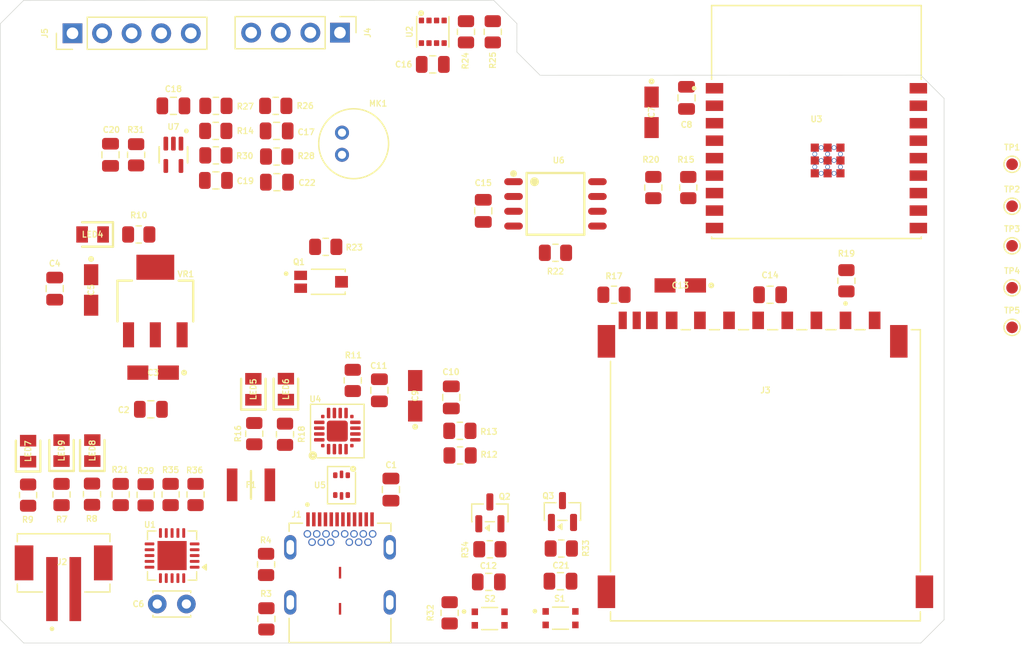
<source format=kicad_pcb>
(kicad_pcb (version 20241229) (generator "pcbnew") (generator_version "9.0")
  (title_block (title "Esp32 IOT Manager") (date "2025-12-25") (rev "v1") (company "JPIndustries") (comment 1 "Author: Jose Padilla"))
  (layers (0 "F.Cu" signal) (4 "In1.Cu" power) (6 "In2.Cu" power) (2 "B.Cu" signal) (13 "F.Paste" user) (15 "B.Paste" user) (5 "F.SilkS" user "F.Silkscreen") (7 "B.SilkS" user "B.Silkscreen") (1 "F.Mask" user) (3 "B.Mask" user) (25 "Edge.Cuts" user))
  (net 0 "")
  (net 1 "GND")
  (net 2 "/VBUS")
  (net 3 "+5V")
  (net 4 "3.3V")
  (net 5 "/+5V_USB")
  (net 6 "Net-(U4-VBUS)")
  (net 7 "/ESP32-C3-02/EN")
  (net 8 "Net-(U6-VCC)")
  (net 9 "Net-(C17-Pad1)")
  (net 10 "/ESP32-C3-02/MIC_OUT")
  (net 11 "/ESP32-C3-02/BOOT")
  (net 12 "/ESP32-C3-02/SDA")
  (net 13 "/ESP32-C3-02/SCL")
  (net 14 "/ESP32-C3-02/GPI019")
  (net 15 "/ESP32-C3-02/GPIO18")
  (net 16 "/ESP32-C3-02/GPIO8")
  (net 17 "Net-(LED4-K)")
  (net 18 "Net-(LED5-K)")
  (net 19 "Net-(LED6-K)")
  (net 20 "/CHARGING")
  (net 21 "/CHARGING_POWER_GOOD")
  (net 22 "/CHARGED")
  (net 23 "Net-(Q2-B)")
  (net 24 "/ESP32-C3-02/RTS")
  (net 25 "Net-(Q3-B)")
  (net 26 "/ESP32-C3-02/DTR")
  (net 27 "Net-(J1-CC2)")
  (net 28 "Net-(J1-CC1)")
  (net 29 "Net-(U1-STAT1{slash}~{LBO})")
  (net 30 "Net-(U1-STAT2)")
  (net 31 "Net-(U1-~{PG})")
  (net 32 "Net-(U4-~{RST})")
  (net 33 "Net-(U7-IN+)")
  (net 34 "/ESP32-C3-02/MOSI_DI")
  (net 35 "Net-(U3-IO7)")
  (net 36 "Net-(U4-~{TXT}{slash}GPIO.2)")
  (net 37 "/ESP32-C3-02/MISO_DO")
  (net 38 "Net-(J3-DAT0)")
  (net 39 "Net-(U4-~{RXT}{slash}GPIO.3)")
  (net 40 "/ESP32-C3-02/CS_SD")
  (net 41 "Net-(U3-IO6)")
  (net 42 "/ESP32-C3-02/SCLK")
  (net 43 "Net-(U1-~{TE})")
  (net 44 "Net-(U6-DO(IO1))")
  (net 45 "/ESP32-C3-02/PHOTO_C")
  (net 46 "Net-(U1-THERM)")
  (net 47 "Net-(U1-PROG3)")
  (net 48 "Net-(U1-PROG1)")
  (net 49 "/ESP32-C3-02/CS")
  (net 50 "/VBAT")
  (net 51 "/USB_DP")
  (net 52 "/USB_DN")
  (net 53 "/ESP32-C3-02/USB_DATA+")
  (net 54 "/ESP32-C3-02/USB_DATA-")
  (net 67 "/ESP32-C3-02/TX_RX")
  (net 68 "/ESP32-C3-02/RX_TX")
  (net 75 "Net-(C19-Pad2)")
  (net 76 "Net-(U7-IN-)")
  (net 77 "Net-(C22-Pad2)")
  (footprint "esp32_manager_project:SW_USLPT2819DT2TR" (layer "F.Cu") (at 179.35 112.4)
    (property "Reference" "S2" (at 0.032 -1.7064 0) (layer "F.SilkS") (effects (font (size 0.5 0.5) (thickness 0.1))))
    (property "Value" "reset")
    (pad "1" smd rect (at -1.275 -0.58) (size 0.55 0.57) (layers "F.Cu" "F.Mask" "F.Paste") (net 1 "GND"))
    (pad "2" smd rect (at 1.275 -0.58) (size 0.55 0.57) (layers "F.Cu" "F.Mask" "F.Paste") (net 1 "GND"))
    (pad "3" smd rect (at -1.275 0.58) (size 0.55 0.57) (layers "F.Cu" "F.Mask" "F.Paste") (net 7 "/ESP32-C3-02/EN"))
    (pad "4" smd rect (at 1.275 0.58) (size 0.55 0.57) (layers "F.Cu" "F.Mask" "F.Paste") (net 7 "/ESP32-C3-02/EN"))
  )
  (footprint "esp32_manager_project:VREG_LM1117MPX-3.3" (layer "F.Cu") (at 150.6474 85.1408 90)
    (property "Reference" "VR1" (at 2.3114 2.6162 180) (layer "F.SilkS") (effects (font (size 0.5 0.5) (thickness 0.1))))
    (property "Value" "LM1117MPX-3.3" (hide yes))
    (pad "1" smd rect (at -2.9 -2.3 90) (size 2.15 0.95) (layers "F.Cu" "F.Mask" "F.Paste") (net 1 "GND"))
    (pad "2" smd rect (at -2.9 0 90) (size 2.15 0.95) (layers "F.Cu" "F.Mask" "F.Paste") (net 4 "3.3V"))
    (pad "3" smd rect (at -2.9 2.3 90) (size 2.15 0.95) (layers "F.Cu" "F.Mask" "F.Paste") (net 3 "+5V"))
    (pad "4" smd rect (at 2.9 0 90) (size 2.15 3.25) (layers "F.Cu" "F.Mask" "F.Paste") (net 4 "3.3V"))
  )
  (footprint "esp32_manager_project:LEDC2012X120N" (layer "F.Cu") (at 139.7254 98.0296 90)
    (property "Reference" "LED7" (at 0 0 90) (layer "F.SilkS") (effects (font (size 0.5 0.5) (thickness 0.1))))
    (property "Value" "LTST-C170KRKT" (hide yes))
    (pad "1" smd rect (at -0.9 0 90) (size 1 1.4) (layers "F.Cu" "F.Mask" "F.Paste") (net 20 "/CHARGING"))
    (pad "2" smd rect (at 0.9 0 90) (size 1 1.4) (layers "F.Cu" "F.Mask" "F.Paste") (net 5 "/+5V_USB"))
  )
  (footprint "esp32_manager_project:PSON65P250X250X100-8N" (layer "F.Cu") (at 174.4674 62.0268 90)
    (property "Reference" "U2" (at 0 -2 270) (layer "F.SilkS") (effects (font (size 0.5 0.5) (thickness 0.1))))
    (property "Value" "BME280" (hide yes))
    (pad "1" smd roundrect (at 0.97 -0.975 90) (size 0.49 0.45) (layers "F.Cu" "F.Mask" "F.Paste") (roundrect_rratio 0.125) (net 1 "GND"))
    (pad "2" smd roundrect (at 0.97 -0.325 90) (size 0.49 0.45) (layers "F.Cu" "F.Mask" "F.Paste") (roundrect_rratio 0.125) (net 4 "3.3V"))
    (pad "3" smd roundrect (at 0.97 0.325 90) (size 0.49 0.45) (layers "F.Cu" "F.Mask" "F.Paste") (roundrect_rratio 0.125) (net 12 "/ESP32-C3-02/SDA"))
    (pad "4" smd roundrect (at 0.97 0.975 90) (size 0.49 0.45) (layers "F.Cu" "F.Mask" "F.Paste") (roundrect_rratio 0.125) (net 13 "/ESP32-C3-02/SCL"))
    (pad "5" smd roundrect (at -0.97 0.975 90) (size 0.49 0.45) (layers "F.Cu" "F.Mask" "F.Paste") (roundrect_rratio 0.125) (net 1 "GND"))
    (pad "6" smd roundrect (at -0.97 0.325 90) (size 0.49 0.45) (layers "F.Cu" "F.Mask" "F.Paste") (roundrect_rratio 0.125) (net 4 "3.3V"))
    (pad "7" smd roundrect (at -0.97 -0.325 90) (size 0.49 0.45) (layers "F.Cu" "F.Mask" "F.Paste") (roundrect_rratio 0.125) (net 1 "GND"))
    (pad "8" smd roundrect (at -0.97 -0.975 90) (size 0.49 0.45) (layers "F.Cu" "F.Mask" "F.Paste") (roundrect_rratio 0.125) (net 4 "3.3V"))
  )
  (footprint "TestPoint:TestPoint_Pad_D1.0mm" (layer "F.Cu") (at 224.2 87.4)
    (property "Reference" "TP5" (at 0 -1.448 0) (layer "F.SilkS") (effects (font (size 0.5 0.5) (thickness 0.1))))
    (property "Value" "Test CS_SD" (hide yes))
    (pad "1" smd circle (at 0 0) (size 1 1) (layers "F.Cu" "F.Mask") (net 40 "/ESP32-C3-02/CS_SD"))
  )
  (footprint "Resistor_SMD:R_0805_2012Metric" (layer "F.Cu") (at 160.9864 68.3858 180)
    (property "Reference" "R26" (at -2.525 0 0) (layer "F.SilkS") (effects (font (size 0.5 0.5) (thickness 0.1))))
    (property "Value" "2K" (hide yes))
    (pad "1" smd roundrect (at -0.9125 0 180) (size 1.025 1.4) (layers "F.Cu" "F.Mask" "F.Paste") (roundrect_rratio 0.243902) (net 9 "Net-(C17-Pad1)"))
    (pad "2" smd roundrect (at 0.9125 0 180) (size 1.025 1.4) (layers "F.Cu" "F.Mask" "F.Paste") (roundrect_rratio 0.243902) (net 4 "3.3V"))
  )
  (footprint "Resistor_SMD:R_0805_2012Metric" (layer "F.Cu") (at 190.025 84.6)
    (property "Reference" "R17" (at 0 -1.6 0) (layer "F.SilkS") (effects (font (size 0.5 0.5) (thickness 0.1))))
    (property "Value" "50" (hide yes))
    (pad "1" smd roundrect (at -0.9125 0) (size 1.025 1.4) (layers "F.Cu" "F.Mask" "F.Paste") (roundrect_rratio 0.243902) (net 37 "/ESP32-C3-02/MISO_DO"))
    (pad "2" smd roundrect (at 0.9125 0) (size 1.025 1.4) (layers "F.Cu" "F.Mask" "F.Paste") (roundrect_rratio 0.243902) (net 38 "Net-(J3-DAT0)"))
  )
  (footprint "Resistor_SMD:R_0805_2012Metric" (layer "F.Cu") (at 148.9989 72.5858 -90)
    (property "Reference" "R31" (at -2.15 0.025 180) (layer "F.SilkS") (effects (font (size 0.5 0.5) (thickness 0.1))))
    (property "Value" "100K" (hide yes))
    (pad "1" smd roundrect (at -0.9125 0 270) (size 1.025 1.4) (layers "F.Cu" "F.Mask" "F.Paste") (roundrect_rratio 0.243902) (net 76 "Net-(U7-IN-)"))
    (pad "2" smd roundrect (at 0.9125 0 270) (size 1.025 1.4) (layers "F.Cu" "F.Mask" "F.Paste") (roundrect_rratio 0.243902) (net 10 "/ESP32-C3-02/MIC_OUT"))
  )
  (footprint "MountingHole:MountingHole_2.5mm" (layer "F.Cu") (at 141.5 68.6)
    (property "Reference" "REF**" (hide yes))
    (property "Value" "MountingHole_2.5mm" (hide yes))
    (pad "" np_thru_hole circle (at 0 0) (size 2.5 2.5) (drill 2.5) (layers "*.Cu" "*.Mask"))
  )
  (footprint "esp32_manager_project:BELFUSE_SS-52400-002" (layer "F.Cu") (at 166.50325 111.0125)
    (property "Reference" "J1" (at -3.73165 -7.5505 0) (layer "F.SilkS") (effects (font (size 0.5 0.5) (thickness 0.1))))
    (property "Value" "SS-52400-002" (hide yes))
    (pad "A1" smd rect (at -2.75 -7.13) (size 0.3 1.2) (layers "F.Cu" "F.Mask" "F.Paste") (net 1 "GND"))
    (pad "A2" smd rect (at -2.25 -7.13) (size 0.3 1.2) (layers "F.Cu" "F.Mask" "F.Paste"))
    (pad "A3" smd rect (at -1.75 -7.13) (size 0.3 1.2) (layers "F.Cu" "F.Mask" "F.Paste"))
    (pad "A4" smd rect (at -1.25 -7.13) (size 0.3 1.2) (layers "F.Cu" "F.Mask" "F.Paste") (net 2 "/VBUS"))
    (pad "A5" smd rect (at -0.75 -7.13) (size 0.3 1.2) (layers "F.Cu" "F.Mask" "F.Paste") (net 28 "Net-(J1-CC1)"))
    (pad "A6" smd rect (at -0.25 -7.13) (size 0.3 1.2) (layers "F.Cu" "F.Mask" "F.Paste") (net 51 "/USB_DP"))
    (pad "A7" smd rect (at 0.25 -7.13) (size 0.3 1.2) (layers "F.Cu" "F.Mask" "F.Paste") (net 52 "/USB_DN"))
    (pad "A8" smd rect (at 0.75 -7.13) (size 0.3 1.2) (layers "F.Cu" "F.Mask" "F.Paste"))
    (pad "A9" smd rect (at 1.25 -7.13) (size 0.3 1.2) (layers "F.Cu" "F.Mask" "F.Paste") (net 2 "/VBUS"))
    (pad "A10" smd rect (at 1.75 -7.13) (size 0.3 1.2) (layers "F.Cu" "F.Mask" "F.Paste"))
    (pad "A11" smd rect (at 2.25 -7.13) (size 0.3 1.2) (layers "F.Cu" "F.Mask" "F.Paste"))
    (pad "A12" smd rect (at 2.75 -7.13) (size 0.3 1.2) (layers "F.Cu" "F.Mask" "F.Paste") (net 1 "GND"))
    (pad "B1" thru_hole circle (at 2.8 -5.88) (size 0.65 0.65) (drill 0.45) (layers "*.Cu" "*.Mask") (net 1 "GND"))
    (pad "B2" thru_hole circle (at 2.4 -5.17) (size 0.65 0.65) (drill 0.45) (layers "*.Cu" "*.Mask"))
    (pad "B3" thru_hole circle (at 1.6 -5.17) (size 0.65 0.65) (drill 0.45) (layers "*.Cu" "*.Mask"))
    (pad "B4" thru_hole circle (at 1.2 -5.88) (size 0.65 0.65) (drill 0.45) (layers "*.Cu" "*.Mask") (net 2 "/VBUS"))
    (pad "B5" thru_hole circle (at 0.8 -5.17) (size 0.65 0.65) (drill 0.45) (layers "*.Cu" "*.Mask") (net 27 "Net-(J1-CC2)"))
    (pad "B6" thru_hole circle (at 0.4 -5.88) (size 0.65 0.65) (drill 0.45) (layers "*.Cu" "*.Mask") (net 51 "/USB_DP"))
    (pad "B7" thru_hole circle (at -0.4 -5.88) (size 0.65 0.65) (drill 0.45) (layers "*.Cu" "*.Mask") (net 52 "/USB_DN"))
    (pad "B8" thru_hole circle (at -0.8 -5.17) (size 0.65 0.65) (drill 0.45) (layers "*.Cu" "*.Mask"))
    (pad "B9" thru_hole circle (at -1.2 -5.88) (size 0.65 0.65) (drill 0.45) (layers "*.Cu" "*.Mask") (net 2 "/VBUS"))
    (pad "B10" thru_hole circle (at -1.6 -5.17) (size 0.65 0.65) (drill 0.45) (layers "*.Cu" "*.Mask"))
    (pad "B11" thru_hole circle (at -2.4 -5.17) (size 0.65 0.65) (drill 0.45) (layers "*.Cu" "*.Mask"))
    (pad "B12" thru_hole circle (at -2.8 -5.88) (size 0.65 0.65) (drill 0.45) (layers "*.Cu" "*.Mask") (net 1 "GND"))
    (pad "G1" thru_hole circle (at 2 -5.88) (size 0.65 0.65) (drill 0.45) (layers "*.Cu" "*.Mask") (net 1 "GND"))
    (pad "G2" thru_hole circle (at -2 -5.88) (size 0.65 0.65) (drill 0.45) (layers "*.Cu" "*.Mask") (net 1 "GND"))
    (pad "G3" smd rect (at 0 -2.55) (size 0.2 1) (layers "F.Cu" "F.Mask" "F.Paste") (net 1 "GND"))
    (pad "G4" smd rect (at 0 0.55) (size 0.2 1) (layers "F.Cu" "F.Mask" "F.Paste") (net 1 "GND"))
    (pad "S1" thru_hole oval (at -4.27 -4.73) (size 1.05 2.1) (drill oval 0.65 1.25) (layers "*.Cu" "*.Mask") (net 1 "GND"))
    (pad "S2" thru_hole oval (at 4.27 -4.73) (size 1.05 2.1) (drill oval 0.65 1.25) (layers "*.Cu" "*.Mask") (net 1 "GND"))
    (pad "S3" thru_hole oval (at -4.27 0) (size 1.05 2.1) (drill oval 0.65 1.25) (layers "*.Cu" "*.Mask") (net 1 "GND"))
    (pad "S4" thru_hole oval (at 4.27 0) (size 1.05 2.1) (drill oval 0.65 1.25) (layers "*.Cu" "*.Mask") (net 1 "GND"))
  )
  (footprint "Package_TO_SOT_SMD:SOT-23" (layer "F.Cu") (at 185.6 103.2125 90)
    (property "Reference" "Q3" (at 1.3462 -1.2192 180) (layer "F.SilkS") (effects (font (size 0.5 0.5) (thickness 0.1))))
    (property "Value" "BC817" (hide yes))
    (pad "1" smd roundrect (at -0.9375 -0.95 90) (size 1.475 0.6) (layers "F.Cu" "F.Mask" "F.Paste") (net 25 "Net-(Q3-B)"))
    (pad "2" smd roundrect (at -0.9375 0.95 90) (size 1.475 0.6) (layers "F.Cu" "F.Mask" "F.Paste") (net 11 "/ESP32-C3-02/BOOT"))
    (pad "3" smd roundrect (at 0.9375 0 90) (size 1.475 0.6) (layers "F.Cu" "F.Mask" "F.Paste") (net 26 "/ESP32-C3-02/DTR"))
  )
  (footprint "Resistor_SMD:R_0805_2012Metric" (layer "F.Cu") (at 161.0614 72.7358)
    (property "Reference" "R28" (at 2.5375 -0.05 0) (layer "F.SilkS") (effects (font (size 0.5 0.5) (thickness 0.1))))
    (property "Value" "2K" (hide yes))
    (pad "1" smd roundrect (at -0.9125 0) (size 1.025 1.4) (layers "F.Cu" "F.Mask" "F.Paste") (roundrect_rratio 0.243902) (net 77 "Net-(C22-Pad2)"))
    (pad "2" smd roundrect (at 0.9125 0) (size 1.025 1.4) (layers "F.Cu" "F.Mask" "F.Paste") (roundrect_rratio 0.243902) (net 9 "Net-(C17-Pad1)"))
  )
  (footprint "Resistor_SMD:R_0805_2012Metric" (layer "F.Cu") (at 185.4984 106.3875)
    (property "Reference" "R33" (at 2.1082 -0.0231 90) (layer "F.SilkS") (effects (font (size 0.5 0.5) (thickness 0.1))))
    (property "Value" "10K" (hide yes))
    (pad "1" smd roundrect (at -0.9125 0) (size 1.025 1.4) (layers "F.Cu" "F.Mask" "F.Paste") (roundrect_rratio 0.243902) (net 26 "/ESP32-C3-02/DTR"))
    (pad "2" smd roundrect (at 0.9125 0) (size 1.025 1.4) (layers "F.Cu" "F.Mask" "F.Paste") (roundrect_rratio 0.243902) (net 23 "Net-(Q2-B)"))
  )
  (footprint "Capacitor_SMD:C_0805_2012Metric" (layer "F.Cu") (at 169.8836 92.8042 -90)
    (property "Reference" "C11" (at -2.1082 0.0508 180) (layer "F.SilkS") (effects (font (size 0.5 0.5) (thickness 0.1))))
    (property "Value" "1u" (hide yes))
    (pad "1" smd roundrect (at -0.95 0 270) (size 1 1.45) (layers "F.Cu" "F.Mask" "F.Paste") (net 1 "GND"))
    (pad "2" smd roundrect (at 0.95 0 270) (size 1 1.45) (layers "F.Cu" "F.Mask" "F.Paste") (net 6 "Net-(U4-VBUS)"))
  )
  (footprint "esp32_manager_project:T491A" (layer "F.Cu") (at 172.957 93.276 90)
    (property "Reference" "C9" (at 0 0 90) (layer "F.SilkS") (effects (font (size 0.5 0.5) (thickness 0.1))))
    (property "Value" "4.7u" (hide yes))
    (pad "1" smd rect (at -1.31 0 180) (size 1.23 1.8) (layers "F.Cu" "F.Mask" "F.Paste") (net 4 "3.3V"))
    (pad "2" smd rect (at 1.31 0 180) (size 1.23 1.8) (layers "F.Cu" "F.Mask" "F.Paste") (net 1 "GND"))
  )
  (footprint "Connector_PinHeader_2.54mm:PinHeader_1x04_P2.54mm_Vertical" (layer "F.Cu") (at 166.497 62.103 -90)
    (property "Reference" "J4" (at 0 -2.38 90) (layer "F.SilkS") (effects (font (size 0.5 0.5) (thickness 0.1))))
    (property "Value" "Conn_01x04_Pin" (hide yes))
    (pad "1" thru_hole rect (at 0 0 270) (size 1.7 1.7) (drill 1) (layers "*.Cu" "*.Mask") (net 4 "3.3V"))
    (pad "2" thru_hole circle (at 0 2.54 270) (size 1.7 1.7) (drill 1) (layers "*.Cu" "*.Mask") (net 12 "/ESP32-C3-02/SDA"))
    (pad "3" thru_hole circle (at 0 5.08 270) (size 1.7 1.7) (drill 1) (layers "*.Cu" "*.Mask") (net 13 "/ESP32-C3-02/SCL"))
    (pad "4" thru_hole circle (at 0 7.62 270) (size 1.7 1.7) (drill 1) (layers "*.Cu" "*.Mask") (net 1 "GND"))
  )
  (footprint "Resistor_SMD:R_0805_2012Metric" (layer "F.Cu") (at 179.6174 62.0268 -90)
    (property "Reference" "R25" (at 2.45 0 270) (layer "F.SilkS") (effects (font (size 0.5 0.5) (thickness 0.1))))
    (property "Value" "4.7K" (hide yes))
    (pad "1" smd roundrect (at -0.9125 0 270) (size 1.025 1.4) (layers "F.Cu" "F.Mask" "F.Paste") (roundrect_rratio 0.243902) (net 4 "3.3V"))
    (pad "2" smd roundrect (at 0.9125 0 270) (size 1.025 1.4) (layers "F.Cu" "F.Mask" "F.Paste") (roundrect_rratio 0.243902) (net 12 "/ESP32-C3-02/SDA"))
  )
  (footprint "esp32_manager_project:AMPHENOL_GSD090012SEU" (layer "F.Cu") (at 203.025 100.1)
    (property "Reference" "J3" (at 0 -7.3 0) (layer "F.SilkS") (effects (font (size 0.5 0.5) (thickness 0.1))))
    (property "Value" "GSD090012SEU" (hide yes))
    (pad "" np_thru_hole circle (at -11.5 -10.5) (size 1.15 1.15) (drill 1.15) (layers "*.Cu" "*.Mask"))
    (pad "" np_thru_hole circle (at 9.5 -10.5) (size 1.65 1.65) (drill 1.65) (layers "*.Cu" "*.Mask"))
    (pad "1" smd rect (at 6.875 -13.3) (size 1 1.5) (layers "F.Cu" "F.Mask" "F.Paste") (net 40 "/ESP32-C3-02/CS_SD"))
    (pad "2" smd rect (at 4.375 -13.3) (size 1 1.5) (layers "F.Cu" "F.Mask" "F.Paste") (net 34 "/ESP32-C3-02/MOSI_DI"))
    (pad "3" smd rect (at 1.875 -13.3) (size 1 1.5) (layers "F.Cu" "F.Mask" "F.Paste") (net 1 "GND"))
    (pad "4" smd rect (at -0.625 -13.3) (size 1 1.5) (layers "F.Cu" "F.Mask" "F.Paste") (net 4 "3.3V"))
    (pad "5" smd rect (at -3.125 -13.3) (size 1 1.5) (layers "F.Cu" "F.Mask" "F.Paste") (net 42 "/ESP32-C3-02/SCLK"))
    (pad "6" smd rect (at -5.625 -13.3) (size 1 1.5) (layers "F.Cu" "F.Mask" "F.Paste") (net 1 "GND"))
    (pad "7" smd rect (at -8.05 -13.3) (size 1 1.5) (layers "F.Cu" "F.Mask" "F.Paste") (net 38 "Net-(J3-DAT0)"))
    (pad "8" smd rect (at -9.75 -13.3) (size 1 1.5) (layers "F.Cu" "F.Mask" "F.Paste") (net 1 "GND"))
    (pad "9" smd rect (at 9.375 -13.3) (size 1 1.5) (layers "F.Cu" "F.Mask" "F.Paste") (net 1 "GND"))
    (pad "CD_IND" smd rect (at -11.05 -13.3) (size 0.7 1.5) (layers "F.Cu" "F.Mask" "F.Paste"))
    (pad "G1" smd rect (at -13.65 -11.5) (size 1.5 2.8) (layers "F.Cu" "F.Mask" "F.Paste") (net 1 "GND"))
    (pad "G2" smd rect (at 11.45 -11.5) (size 1.5 2.8) (layers "F.Cu" "F.Mask" "F.Paste") (net 1 "GND"))
    (pad "G3" smd rect (at 13.65 10) (size 1.5 2.8) (layers "F.Cu" "F.Mask" "F.Paste") (net 1 "GND"))
    (pad "G4" smd rect (at -13.65 10) (size 1.5 2.8) (layers "F.Cu" "F.Mask" "F.Paste") (net 1 "GND"))
    (pad "WP" smd rect (at -12.25 -13.3) (size 0.7 1.5) (layers "F.Cu" "F.Mask" "F.Paste"))
  )
  (footprint "Resistor_SMD:R_0805_2012Metric" (layer "F.Cu") (at 179.3678 106.4503)
    (property "Reference" "R34" (at -2.1234 0.0462 90) (layer "F.SilkS") (effects (font (size 0.5 0.5) (thickness 0.1))))
    (property "Value" "10K" (hide yes))
    (pad "1" smd roundrect (at -0.9125 0) (size 1.025 1.4) (layers "F.Cu" "F.Mask" "F.Paste") (roundrect_rratio 0.243902) (net 24 "/ESP32-C3-02/RTS"))
    (pad "2" smd roundrect (at 0.9125 0) (size 1.025 1.4) (layers "F.Cu" "F.Mask" "F.Paste") (roundrect_rratio 0.243902) (net 25 "Net-(Q3-B)"))
  )
  (footprint "Capacitor_SMD:C_0805_2012Metric" (layer "F.Cu") (at 178.8 77.4 90)
    (property "Reference" "C15" (at 2.4 0 0) (layer "F.SilkS") (effects (font (size 0.5 0.5) (thickness 0.1))))
    (property "Value" "0.1u" (hide yes))
    (pad "1" smd roundrect (at -0.95 0 90) (size 1 1.45) (layers "F.Cu" "F.Mask" "F.Paste") (net 1 "GND"))
    (pad "2" smd roundrect (at 0.95 0 90) (size 1 1.45) (layers "F.Cu" "F.Mask" "F.Paste") (net 8 "Net-(U6-VCC)"))
  )
  (footprint "Resistor_SMD:R_0805_2012Metric" (layer "F.Cu") (at 165.2766 80.4898 180)
    (property "Reference" "R23" (at -2.45 -0.05 0) (layer "F.SilkS") (effects (font (size 0.5 0.5) (thickness 0.1))))
    (property "Value" "10K" (hide yes))
    (pad "1" smd roundrect (at -0.9125 0 180) (size 1.025 1.4) (layers "F.Cu" "F.Mask" "F.Paste") (roundrect_rratio 0.243902) (net 4 "3.3V"))
    (pad "2" smd roundrect (at 0.9125 0 180) (size 1.025 1.4) (layers "F.Cu" "F.Mask" "F.Paste") (roundrect_rratio 0.243902) (net 45 "/ESP32-C3-02/PHOTO_C"))
  )
  (footprint "esp32_manager_project:JST_B2B-PH-SM4-TB" (layer "F.Cu") (at 142.777 107.6198)
    (property "Reference" "J2" (at -0.1306 -0.0762 0) (layer "F.SilkS") (effects (font (size 0.5 0.5) (thickness 0.1))))
    (property "Value" "B2B-PH-SM4-TB" (hide yes))
    (pad "1" smd rect (at -1 2.25) (size 1 5.5) (layers "F.Cu" "F.Mask" "F.Paste") (net 1 "GND"))
    (pad "2" smd rect (at 1 2.25) (size 1 5.5) (layers "F.Cu" "F.Mask" "F.Paste") (net 50 "/VBAT"))
    (pad "S1" smd rect (at -3.4 0) (size 1.6 3) (layers "F.Cu" "F.Mask" "F.Paste"))
    (pad "S2" smd rect (at 3.4 0) (size 1.6 3) (layers "F.Cu" "F.Mask" "F.Paste"))
  )
  (footprint "Capacitor_SMD:C_0805_2012Metric" (layer "F.Cu") (at 185.4298 109.1919 180)
    (property "Reference" "C21" (at -0.05 1.35 0) (layer "F.SilkS") (effects (font (size 0.5 0.5) (thickness 0.1))))
    (property "Value" "0.1u" (hide yes))
    (pad "1" smd roundrect (at -0.95 0 180) (size 1 1.45) (layers "F.Cu" "F.Mask" "F.Paste") (net 11 "/ESP32-C3-02/BOOT"))
    (pad "2" smd roundrect (at 0.95 0 180) (size 1 1.45) (layers "F.Cu" "F.Mask" "F.Paste") (net 1 "GND"))
  )
  (footprint "esp32_manager_project:LEDC2012X120N" (layer "F.Cu") (at 145.2372 97.9788 90)
    (property "Reference" "LED8" (at 0 0 90) (layer "F.SilkS") (effects (font (size 0.5 0.5) (thickness 0.1))))
    (property "Value" "LTST-C170TBKT" (hide yes))
    (pad "1" smd rect (at -0.9 0 90) (size 1 1.4) (layers "F.Cu" "F.Mask" "F.Paste") (net 21 "/CHARGING_POWER_GOOD"))
    (pad "2" smd rect (at 0.9 0 90) (size 1 1.4) (layers "F.Cu" "F.Mask" "F.Paste") (net 5 "/+5V_USB"))
  )
  (footprint "Resistor_SMD:R_0805_2012Metric" (layer "F.Cu") (at 149.225 79.4258)
    (property "Reference" "R10" (at 0 -1.65 0) (layer "F.SilkS") (effects (font (size 0.5 0.5) (thickness 0.1))))
    (property "Value" "470" (hide yes))
    (pad "1" smd roundrect (at -0.9125 0) (size 1.025 1.4) (layers "F.Cu" "F.Mask" "F.Paste") (roundrect_rratio 0.243902) (net 17 "Net-(LED4-K)"))
    (pad "2" smd roundrect (at 0.9125 0) (size 1.025 1.4) (layers "F.Cu" "F.Mask" "F.Paste") (roundrect_rratio 0.243902) (net 1 "GND"))
  )
  (footprint "Resistor_SMD:R_0805_2012Metric" (layer "F.Cu") (at 167.5976 91.9558 90)
    (property "Reference" "R11" (at 2.159 0.0508 180) (layer "F.SilkS") (effects (font (size 0.5 0.5) (thickness 0.1))))
    (property "Value" "1K" (hide yes))
    (pad "1" smd roundrect (at -0.9125 0 90) (size 1.025 1.4) (layers "F.Cu" "F.Mask" "F.Paste") (roundrect_rratio 0.243902) (net 32 "Net-(U4-~{RST})"))
    (pad "2" smd roundrect (at 0.9125 0 90) (size 1.025 1.4) (layers "F.Cu" "F.Mask" "F.Paste") (roundrect_rratio 0.243902) (net 4 "3.3V"))
  )
  (footprint "esp32_manager_project:LEDC2012X120N" (layer "F.Cu") (at 142.5956 97.9788 90)
    (property "Reference" "LED9" (at 0 0 90) (layer "F.SilkS") (effects (font (size 0.5 0.5) (thickness 0.1))))
    (property "Value" "LTST-C170GKT" (hide yes))
    (pad "1" smd rect (at -0.9 0 90) (size 1 1.4) (layers "F.Cu" "F.Mask" "F.Paste") (net 22 "/CHARGED"))
    (pad "2" smd rect (at 0.9 0 90) (size 1 1.4) (layers "F.Cu" "F.Mask" "F.Paste") (net 5 "/+5V_USB"))
  )
  (footprint "esp32_manager_project:TRANS_TEMT6000X01" (layer "F.Cu") (at 164.8766 83.4898)
    (property "Reference" "Q1" (at -1.9 -1.7 0) (layer "F.SilkS") (effects (font (size 0.5 0.5) (thickness 0.1))))
    (property "Value" "TEMT6000X01" (hide yes))
    (pad "1" smd rect (at -1.755 -0.55) (size 1.1 0.8) (layers "F.Cu" "F.Mask" "F.Paste") (net 1 "GND"))
    (pad "2" smd rect (at -1.755 0.55) (size 1.1 0.8) (layers "F.Cu" "F.Mask" "F.Paste"))
    (pad "3" smd rect (at 1.755 0) (size 1.1 1) (layers "F.Cu" "F.Mask" "F.Paste") (net 45 "/ESP32-C3-02/PHOTO_C"))
  )
  (footprint "esp32_manager_project:T491A" (layer "F.Cu") (at 150.4588 91.2876 180)
    (property "Reference" "C3" (at 0 0 0) (layer "F.SilkS") (effects (font (size 0.5 0.5) (thickness 0.1))))
    (property "Value" "10u" (hide yes))
    (pad "1" smd rect (at -1.31 0 270) (size 1.23 1.8) (layers "F.Cu" "F.Mask" "F.Paste") (net 3 "+5V"))
    (pad "2" smd rect (at 1.31 0 270) (size 1.23 1.8) (layers "F.Cu" "F.Mask" "F.Paste") (net 1 "GND"))
  )
  (footprint "TestPoint:TestPoint_Pad_D1.0mm" (layer "F.Cu") (at 224.2 73.4)
    (property "Reference" "TP1" (at 0 -1.448 0) (layer "F.SilkS") (effects (font (size 0.5 0.5) (thickness 0.1))))
    (property "Value" "Test MOSI" (hide yes))
    (pad "1" smd circle (at 0 0) (size 1 1) (layers "F.Cu" "F.Mask") (net 34 "/ESP32-C3-02/MOSI_DI"))
  )
  (footprint "Resistor_SMD:R_0805_2012Metric" (layer "F.Cu") (at 159.1394 96.5278 90)
    (property "Reference" "R16" (at 0 -1.397 270) (layer "F.SilkS") (effects (font (size 0.5 0.5) (thickness 0.1))))
    (property "Value" "470" (hide yes))
    (pad "1" smd roundrect (at -0.9125 0 90) (size 1.025 1.4) (layers "F.Cu" "F.Mask" "F.Paste") (roundrect_rratio 0.243902) (net 36 "Net-(U4-~{TXT}{slash}GPIO.2)"))
    (pad "2" smd roundrect (at 0.9125 0 90) (size 1.025 1.4) (layers "F.Cu" "F.Mask" "F.Paste") (roundrect_rratio 0.243902) (net 18 "Net-(LED5-K)"))
  )
  (footprint "Resistor_SMD:R_0805_2012Metric" (layer "F.Cu") (at 177.3174 62.0268 -90)
    (property "Reference" "R24" (at 2.5 0.05 270) (layer "F.SilkS") (effects (font (size 0.5 0.5) (thickness 0.1))))
    (property "Value" "4.7K" (hide yes))
    (pad "1" smd roundrect (at -0.9125 0 270) (size 1.025 1.4) (layers "F.Cu" "F.Mask" "F.Paste") (roundrect_rratio 0.243902) (net 4 "3.3V"))
    (pad "2" smd roundrect (at 0.9125 0 270) (size 1.025 1.4) (layers "F.Cu" "F.Mask" "F.Paste") (roundrect_rratio 0.243902) (net 13 "/ESP32-C3-02/SCL"))
  )
  (footprint "Resistor_SMD:R_0805_2012Metric" (layer "F.Cu") (at 145.2118 101.7251 -90)
    (property "Reference" "R8" (at 2.1063 0.0254 0) (layer "F.SilkS") (effects (font (size 0.5 0.5) (thickness 0.1))))
    (property "Value" "470" (hide yes))
    (pad "1" smd roundrect (at -0.9125 0 270) (size 1.025 1.4) (layers "F.Cu" "F.Mask" "F.Paste") (roundrect_rratio 0.243902) (net 21 "/CHARGING_POWER_GOOD"))
    (pad "2" smd roundrect (at 0.9125 0 270) (size 1.025 1.4) (layers "F.Cu" "F.Mask" "F.Paste") (roundrect_rratio 0.243902) (net 30 "Net-(U1-STAT2)"))
  )
  (footprint "TestPoint:TestPoint_Pad_D1.0mm" (layer "F.Cu") (at 224.2 77)
    (property "Reference" "TP2" (at 0 -1.448 0) (layer "F.SilkS") (effects (font (size 0.5 0.5) (thickness 0.1))))
    (property "Value" "Test MISO" (hide yes))
    (pad "1" smd circle (at 0 0) (size 1 1) (layers "F.Cu" "F.Mask") (net 37 "/ESP32-C3-02/MISO_DO"))
  )
  (footprint "Capacitor_SMD:C_0805_2012Metric" (layer "F.Cu") (at 161.0614 70.5358 180)
    (property "Reference" "C17" (at -2.5375 -0.1 0) (layer "F.SilkS") (effects (font (size 0.5 0.5) (thickness 0.1))))
    (property "Value" "0.1u" (hide yes))
    (pad "1" smd roundrect (at -0.95 0 180) (size 1 1.45) (layers "F.Cu" "F.Mask" "F.Paste") (net 9 "Net-(C17-Pad1)"))
    (pad "2" smd roundrect (at 0.95 0 180) (size 1 1.45) (layers "F.Cu" "F.Mask" "F.Paste") (net 1 "GND"))
  )
  (footprint "esp32_manager_project:LEDC2012X120N" (layer "F.Cu") (at 161.8572 92.7068 90)
    (property "Reference" "LED6" (at 0 0 90) (layer "F.SilkS") (effects (font (size 0.5 0.5) (thickness 0.1))))
    (property "Value" "LTST-C170KRKT" (hide yes))
    (pad "1" smd rect (at -0.9 0 90) (size 1 1.4) (layers "F.Cu" "F.Mask" "F.Paste") (net 19 "Net-(LED6-K)"))
    (pad "2" smd rect (at 0.9 0 90) (size 1 1.4) (layers "F.Cu" "F.Mask" "F.Paste") (net 4 "3.3V"))
  )
  (footprint "Resistor_SMD:R_0805_2012Metric" (layer "F.Cu") (at 155.8489 72.6358)
    (property "Reference" "R30" (at 2.475 0.05 0) (layer "F.SilkS") (effects (font (size 0.5 0.5) (thickness 0.1))))
    (property "Value" "10K" (hide yes))
    (pad "1" smd roundrect (at -0.9125 0) (size 1.025 1.4) (layers "F.Cu" "F.Mask" "F.Paste") (roundrect_rratio 0.243902) (net 75 "Net-(C19-Pad2)"))
    (pad "2" smd roundrect (at 0.9125 0) (size 1.025 1.4) (layers "F.Cu" "F.Mask" "F.Paste") (roundrect_rratio 0.243902) (net 76 "Net-(U7-IN-)"))
  )
  (footprint "Resistor_SMD:R_0805_2012Metric" (layer "F.Cu") (at 161.781 96.5786 -90)
    (property "Reference" "R18" (at 0 -1.4224 90) (layer "F.SilkS") (effects (font (size 0.5 0.5) (thickness 0.1))))
    (property "Value" "470" (hide yes))
    (pad "1" smd roundrect (at -0.9125 0 270) (size 1.025 1.4) (layers "F.Cu" "F.Mask" "F.Paste") (roundrect_rratio 0.243902) (net 19 "Net-(LED6-K)"))
    (pad "2" smd roundrect (at 0.9125 0 270) (size 1.025 1.4) (layers "F.Cu" "F.Mask" "F.Paste") (roundrect_rratio 0.243902) (net 39 "Net-(U4-~{RXT}{slash}GPIO.3)"))
  )
  (footprint "esp32_manager_project:FUSC3226X100N" (layer "F.Cu") (at 158.86 100.922 180)
    (property "Reference" "F1" (at 0 0 0) (layer "F.SilkS") (effects (font (size 0.5 0.5) (thickness 0.1))))
    (property "Value" "0ZCH0110AF2E" (hide yes))
    (pad "1" smd rect (at -1.62 0 180) (size 0.91 2.81) (layers "F.Cu" "F.Mask" "F.Paste") (net 2 "/VBUS"))
    (pad "2" smd rect (at 1.62 0 180) (size 0.91 2.81) (layers "F.Cu" "F.Mask" "F.Paste") (net 5 "/+5V_USB"))
  )
  (footprint "esp32_manager_project:T491A" (layer "F.Cu") (at 145.1356 84.1902 -90)
    (property "Reference" "C5" (at 0 0 90) (layer "F.SilkS") (effects (font (size 0.5 0.5) (thickness 0.1))))
    (property "Value" "10u" (hide yes))
    (pad "1" smd rect (at -1.31 0) (size 1.23 1.8) (layers "F.Cu" "F.Mask" "F.Paste") (net 4 "3.3V"))
    (pad "2" smd rect (at 1.31 0) (size 1.23 1.8) (layers "F.Cu" "F.Mask" "F.Paste") (net 1 "GND"))
  )
  (footprint "MountingHole:MountingHole_2.5mm" (layer "F.Cu") (at 175.5 83.95)
    (property "Reference" "REF**" (hide yes))
    (property "Value" "MountingHole_2.5mm" (hide yes))
    (pad "" np_thru_hole circle (at 0 0) (size 2.5 2.5) (drill 2.5) (layers "*.Cu" "*.Mask"))
  )
  (footprint "Resistor_SMD:R_0805_2012Metric" (layer "F.Cu") (at 155.8364 70.5358)
    (property "Reference" "R14" (at 2.5375 0 0) (layer "F.SilkS") (effects (font (size 0.5 0.5) (thickness 0.1))))
    (property "Value" "1M" (hide yes))
    (pad "1" smd roundrect (at -0.9125 0) (size 1.025 1.4) (layers "F.Cu" "F.Mask" "F.Paste") (roundrect_rratio 0.243902) (net 1 "GND"))
    (pad "2" smd roundrect (at 0.9125 0) (size 1.025 1.4) (layers "F.Cu" "F.Mask" "F.Paste") (roundrect_rratio 0.243902) (net 33 "Net-(U7-IN+)"))
  )
  (footprint "esp32_manager_project:LEDC2012X120N" (layer "F.Cu") (at 145.2626 79.4258 180)
    (property "Reference" "LED4" (at 0 0 0) (layer "F.SilkS") (effects (font (size 0.5 0.5) (thickness 0.1))))
    (property "Value" "LTST-C170KRKT" (hide yes))
    (pad "1" smd rect (at -0.9 0 180) (size 1 1.4) (layers "F.Cu" "F.Mask" "F.Paste") (net 17 "Net-(LED4-K)"))
    (pad "2" smd rect (at 0.9 0 180) (size 1 1.4) (layers "F.Cu" "F.Mask" "F.Paste") (net 4 "3.3V"))
  )
  (footprint "Capacitor_SMD:C_0805_2012Metric" (layer "F.Cu") (at 152.1989 68.3858)
    (property "Reference" "C18" (at 0 -1.45 180) (layer "F.SilkS") (effects (font (size 0.5 0.5) (thickness 0.1))))
    (property "Value" "0.1u" (hide yes))
    (pad "1" smd roundrect (at -0.95 0) (size 1 1.45) (layers "F.Cu" "F.Mask" "F.Paste") (net 1 "GND"))
    (pad "2" smd roundrect (at 0.95 0) (size 1 1.45) (layers "F.Cu" "F.Mask" "F.Paste") (net 4 "3.3V"))
  )
  (footprint "PCM_Package_DFN_QFN_AKL:SiliconLabs_QFN-20-1EP_3x3mm_P0.5mm" (layer "F.Cu") (at 166.2714 96.3046 90)
    (property "Reference" "U4" (at 2.7486 -1.885 180) (layer "F.SilkS") (effects (font (size 0.5 0.5) (thickness 0.1))))
    (property "Value" "CP2102N-Axx-xQFN20" (hide yes))
    (pad "1" smd roundrect (at -1.25 -1.25 90) (size 0.3 0.3) (layers "F.Cu" "F.Mask" "F.Paste"))
    (pad "2" smd roundrect (at -1.55 -0.75 90) (size 0.9 0.3) (layers "F.Cu" "F.Mask" "F.Paste"))
    (pad "3" smd roundrect (at -1.55 -0.25 90) (size 0.9 0.3) (layers "F.Cu" "F.Mask" "F.Paste") (net 1 "GND"))
    (pad "4" smd roundrect (at -1.55 0.25 90) (size 0.9 0.3) (layers "F.Cu" "F.Mask" "F.Paste") (net 53 "/ESP32-C3-02/USB_DATA+"))
    (pad "5" smd roundrect (at -1.55 0.75 90) (size 0.9 0.3) (layers "F.Cu" "F.Mask" "F.Paste") (net 54 "/ESP32-C3-02/USB_DATA-"))
    (pad "6" smd roundrect (at -1.25 1.25 90) (size 0.3 0.3) (layers "F.Cu" "F.Mask" "F.Paste") (net 4 "3.3V"))
    (pad "7" smd roundrect (at -0.75 1.55 180) (size 0.9 0.3) (layers "F.Cu" "F.Mask" "F.Paste") (net 4 "3.3V"))
    (pad "8" smd roundrect (at -0.25 1.55 180) (size 0.9 0.3) (layers "F.Cu" "F.Mask" "F.Paste") (net 6 "Net-(U4-VBUS)"))
    (pad "9" smd roundrect (at 0.25 1.55 180) (size 0.9 0.3) (layers "F.Cu" "F.Mask" "F.Paste") (net 32 "Net-(U4-~{RST})"))
    (pad "10" smd roundrect (at 0.75 1.55 180) (size 0.9 0.3) (layers "F.Cu" "F.Mask" "F.Paste"))
    (pad "11" smd roundrect (at 1.25 1.25 90) (size 0.3 0.3) (layers "F.Cu" "F.Mask" "F.Paste"))
    (pad "12" smd roundrect (at 1.55 0.75 90) (size 0.9 0.3) (layers "F.Cu" "F.Mask" "F.Paste") (net 1 "GND"))
    (pad "13" smd roundrect (at 1.55 0.25 90) (size 0.9 0.3) (layers "F.Cu" "F.Mask" "F.Paste"))
    (pad "14" smd roundrect (at 1.55 -0.25 90) (size 0.9 0.3) (layers "F.Cu" "F.Mask" "F.Paste"))
    (pad "15" smd roundrect (at 1.55 -0.75 90) (size 0.9 0.3) (layers "F.Cu" "F.Mask" "F.Paste") (net 26 "/ESP32-C3-02/DTR"))
    (pad "16" smd roundrect (at 1.25 -1.25 90) (size 0.3 0.3) (layers "F.Cu" "F.Mask" "F.Paste") (net 24 "/ESP32-C3-02/RTS"))
    (pad "17" smd roundrect (at 0.75 -1.55 180) (size 0.9 0.3) (layers "F.Cu" "F.Mask" "F.Paste") (net 68 "/ESP32-C3-02/RX_TX"))
    (pad "18" smd roundrect (at 0.25 -1.55 180) (size 0.9 0.3) (layers "F.Cu" "F.Mask" "F.Paste") (net 67 "/ESP32-C3-02/TX_RX"))
    (pad "19" smd roundrect (at -0.25 -1.55 180) (size 0.9 0.3) (layers "F.Cu" "F.Mask" "F.Paste") (net 39 "Net-(U4-~{RXT}{slash}GPIO.3)"))
    (pad "20" smd roundrect (at -0.75 -1.55 180) (size 0.9 0.3) (layers "F.Cu" "F.Mask" "F.Paste") (net 36 "Net-(U4-~{TXT}{slash}GPIO.2)"))
    (pad "21" smd roundrect (at 0 0 90) (size 1.8 1.8) (layers "F.Cu" "F.Mask") (roundrect_rratio 0.1388888889) (net 1 "GND"))
  )
  (footprint "Resistor_SMD:R_0805_2012Metric" (layer "F.Cu") (at 160.1554 107.7527 -90)
    (property "Reference" "R4" (at -2.0828 0.0254 180) (layer "F.SilkS") (effects (font (size 0.5 0.5) (thickness 0.1))))
    (property "Value" "5.1K" (hide yes))
    (pad "1" smd roundrect (at -0.9125 0 270) (size 1.025 1.4) (layers "F.Cu" "F.Mask" "F.Paste") (roundrect_rratio 0.243902) (net 28 "Net-(J1-CC1)"))
    (pad "2" smd roundrect (at 0.9125 0 270) (size 1.025 1.4) (layers "F.Cu" "F.Mask" "F.Paste") (roundrect_rratio 0.243902) (net 1 "GND"))
  )
  (footprint "Resistor_SMD:R_0805_2012Metric" (layer "F.Cu") (at 160.1808 112.4263 90)
    (property "Reference" "R3" (at 2.159 -0.0254 180) (layer "F.SilkS") (effects (font (size 0.5 0.5) (thickness 0.1))))
    (property "Value" "5.1K" (hide yes))
    (pad "1" smd roundrect (at -0.9125 0 90) (size 1.025 1.4) (layers "F.Cu" "F.Mask" "F.Paste") (roundrect_rratio 0.243902) (net 27 "Net-(J1-CC2)"))
    (pad "2" smd roundrect (at 0.9125 0 90) (size 1.025 1.4) (layers "F.Cu" "F.Mask" "F.Paste") (roundrect_rratio 0.243902) (net 1 "GND"))
  )
  (footprint "Resistor_SMD:R_0805_2012Metric" (layer "F.Cu") (at 142.5956 101.7505 90)
    (property "Reference" "R7" (at -2.1355 0.0254 180) (layer "F.SilkS") (effects (font (size 0.5 0.5) (thickness 0.1))))
    (property "Value" "470" (hide yes))
    (pad "1" smd roundrect (at -0.9125 0 90) (size 1.025 1.4) (layers "F.Cu" "F.Mask" "F.Paste") (roundrect_rratio 0.243902) (net 29 "Net-(U1-STAT1{slash}~{LBO})"))
    (pad "2" smd roundrect (at 0.9125 0 90) (size 1.025 1.4) (layers "F.Cu" "F.Mask" "F.Paste") (roundrect_rratio 0.243902) (net 22 "/CHARGED"))
  )
  (footprint "Capacitor_SMD:C_0805_2012Metric" (layer "F.Cu") (at 150.2664 94.4372)
    (property "Reference" "C2" (at -2.3368 0.0508 0) (layer "F.SilkS") (effects (font (size 0.5 0.5) (thickness 0.1))))
    (property "Value" "0.1u" (hide yes))
    (pad "1" smd roundrect (at -0.95 0) (size 1 1.45) (layers "F.Cu" "F.Mask" "F.Paste") (net 1 "GND"))
    (pad "2" smd roundrect (at 0.95 0) (size 1 1.45) (layers "F.Cu" "F.Mask" "F.Paste") (net 3 "+5V"))
  )
  (footprint "Capacitor_SMD:C_0805_2012Metric" (layer "F.Cu") (at 170.8742 101.3284 90)
    (property "Reference" "C1" (at 2.1082 0.0254 180) (layer "F.SilkS") (effects (font (size 0.5 0.5) (thickness 0.1))))
    (property "Value" "0.1u" (hide yes))
    (pad "1" smd roundrect (at -0.95 0 90) (size 1 1.45) (layers "F.Cu" "F.Mask" "F.Paste") (net 1 "GND"))
    (pad "2" smd roundrect (at 0.95 0 90) (size 1 1.45) (layers "F.Cu" "F.Mask" "F.Paste") (net 2 "/VBUS"))
  )
  (footprint "Capacitor_SMD:C_0805_2012Metric" (layer "F.Cu") (at 176.0558 93.4138 90)
    (property "Reference" "C10" (at 2.1844 -0.0254 180) (layer "F.SilkS") (effects (font (size 0.5 0.5) (thickness 0.1))))
    (property "Value" "0.1u" (hide yes))
    (pad "1" smd roundrect (at -0.95 0 90) (size 1 1.45) (layers "F.Cu" "F.Mask" "F.Paste") (net 4 "3.3V"))
    (pad "2" smd roundrect (at 0.95 0 90) (size 1 1.45) (layers "F.Cu" "F.Mask" "F.Paste") (net 1 "GND"))
  )
  (footprint "Resistor_SMD:R_0805_2012Metric" (layer "F.Cu") (at 176.7924 96.284)
    (property "Reference" "R13" (at 2.4892 0.0726 0) (layer "F.SilkS") (effects (font (size 0.5 0.5) (thickness 0.1))))
    (property "Value" "47.5K" (hide yes))
    (pad "1" smd roundrect (at -0.9125 0) (size 1.025 1.4) (layers "F.Cu" "F.Mask" "F.Paste") (roundrect_rratio 0.243902) (net 6 "Net-(U4-VBUS)"))
    (pad "2" smd roundrect (at 0.9125 0) (size 1.025 1.4) (layers "F.Cu" "F.Mask" "F.Paste") (roundrect_rratio 0.243902) (net 1 "GND"))
  )
  (footprint "TestPoint:TestPoint_Pad_D1.0mm" (layer "F.Cu") (at 224.2 84)
    (property "Reference" "TP4" (at 0 -1.448 0) (layer "F.SilkS") (effects (font (size 0.5 0.5) (thickness 0.1))))
    (property "Value" "Test CS" (hide yes))
    (pad "1" smd circle (at 0 0) (size 1 1) (layers "F.Cu" "F.Mask") (net 49 "/ESP32-C3-02/CS"))
  )
  (footprint "Capacitor_SMD:C_0805_2012Metric" (layer "F.Cu") (at 174.4674 64.8268 180)
    (property "Reference" "C16" (at 2.5 0 0) (layer "F.SilkS") (effects (font (size 0.5 0.5) (thickness 0.1))))
    (property "Value" "0.1u" (hide yes))
    (pad "1" smd roundrect (at -0.95 0 180) (size 1 1.45) (layers "F.Cu" "F.Mask" "F.Paste") (net 1 "GND"))
    (pad "2" smd roundrect (at 0.95 0 180) (size 1 1.45) (layers "F.Cu" "F.Mask" "F.Paste") (net 4 "3.3V"))
  )
  (footprint "Resistor_SMD:R_0805_2012Metric" (layer "F.Cu") (at 139.7254 101.8013 -90)
    (property "Reference" "R9" (at 2.1063 0.0254 180) (layer "F.SilkS") (effects (font (size 0.5 0.5) (thickness 0.1))))
    (property "Value" "470" (hide yes))
    (pad "1" smd roundrect (at -0.9125 0 270) (size 1.025 1.4) (layers "F.Cu" "F.Mask" "F.Paste") (roundrect_rratio 0.243902) (net 20 "/CHARGING"))
    (pad "2" smd roundrect (at 0.9125 0 270) (size 1.025 1.4) (layers "F.Cu" "F.Mask" "F.Paste") (roundrect_rratio 0.243902) (net 31 "Net-(U1-~{PG})"))
  )
  (footprint "Capacitor_SMD:C_0805_2012Metric" (layer "F.Cu") (at 196.25 67.7 90)
    (property "Reference" "C8" (at -2.3 0 180) (layer "F.SilkS") (effects (font (size 0.5 0.5) (thickness 0.1))))
    (property "Value" "0.1u" (hide yes))
    (pad "1" smd roundrect (at -0.95 0 90) (size 1 1.45) (layers "F.Cu" "F.Mask" "F.Paste") (net 1 "GND"))
    (pad "2" smd roundrect (at 0.95 0 90) (size 1 1.45) (layers "F.Cu" "F.Mask" "F.Paste") (net 4 "3.3V"))
  )
  (footprint "Capacitor_SMD:C_0805_2012Metric" (layer "F.Cu") (at 146.7989 72.5858 -90)
    (property "Reference" "C20" (at -2.15 -0.075 180) (layer "F.SilkS") (effects (font (size 0.5 0.5) (thickness 0.1))))
    (property "Value" "0.1u" (hide yes))
    (pad "1" smd roundrect (at -0.95 0 270) (size 1 1.45) (layers "F.Cu" "F.Mask" "F.Paste") (net 76 "Net-(U7-IN-)"))
    (pad "2" smd roundrect (at 0.95 0 270) (size 1 1.45) (layers "F.Cu" "F.Mask" "F.Paste") (net 10 "/ESP32-C3-02/MIC_OUT"))
  )
  (footprint "Resistor_SMD:R_0805_2012Metric" (layer "F.Cu") (at 196.4 75.4 -90)
    (property "Reference" "R15" (at -2.4 0.2 180) (layer "F.SilkS") (effects (font (size 0.5 0.5) (thickness 0.1))))
    (property "Value" "50" (hide yes))
    (pad "1" smd roundrect (at -0.9125 0 270) (size 1.025 1.4) (layers "F.Cu" "F.Mask" "F.Paste") (roundrect_rratio 0.243902) (net 35 "Net-(U3-IO7)"))
    (pad "2" smd roundrect (at 0.9125 0 270) (size 1.025 1.4) (layers "F.Cu" "F.Mask" "F.Paste") (roundrect_rratio 0.243902) (net 34 "/ESP32-C3-02/MOSI_DI"))
  )
  (footprint "Package_DFN_QFN:QFN-20-1EP_4x4mm_P0.5mm_EP2.5x2.5mm" (layer "F.Cu") (at 152.0858 106.9919 180)
    (property "Reference" "U1" (at 1.8979 2.651 180) (layer "F.SilkS") (effects (font (size 0.5 0.5) (thickness 0.1))))
    (property "Value" "MCP73871" (hide yes))
    (pad "1" smd roundrect (at -1.9375 -1 180) (size 0.825 0.25) (layers "F.Cu" "F.Mask" "F.Paste") (net 3 "+5V"))
    (pad "2" smd roundrect (at -1.9375 -0.5 180) (size 0.825 0.25) (layers "F.Cu" "F.Mask" "F.Paste") (net 5 "/+5V_USB"))
    (pad "3" smd roundrect (at -1.9375 0 180) (size 0.825 0.25) (layers "F.Cu" "F.Mask" "F.Paste") (net 1 "GND"))
    (pad "4" smd roundrect (at -1.9375 0.5 180) (size 0.825 0.25) (layers "F.Cu" "F.Mask" "F.Paste") (net 5 "/+5V_USB"))
    (pad "5" smd roundrect (at -1.9375 1 180) (size 0.825 0.25) (layers "F.Cu" "F.Mask" "F.Paste") (net 46 "Net-(U1-THERM)"))
    (pad "6" smd roundrect (at -1 1.9375 180) (size 0.25 0.825) (layers "F.Cu" "F.Mask" "F.Paste") (net 31 "Net-(U1-~{PG})"))
    (pad "7" smd roundrect (at -0.5 1.9375 180) (size 0.25 0.825) (layers "F.Cu" "F.Mask" "F.Paste") (net 30 "Net-(U1-STAT2)"))
    (pad "8" smd roundrect (at 0 1.9375 180) (size 0.25 0.825) (layers "F.Cu" "F.Mask" "F.Paste") (net 29 "Net-(U1-STAT1{slash}~{LBO})"))
    (pad "9" smd roundrect (at 0.5 1.9375 180) (size 0.25 0.825) (layers "F.Cu" "F.Mask" "F.Paste") (net 43 "Net-(U1-~{TE})"))
    (pad "10" smd roundrect (at 1 1.9375 180) (size 0.25 0.825) (layers "F.Cu" "F.Mask" "F.Paste") (net 1 "GND"))
    (pad "11" smd roundrect (at 1.9375 1 180) (size 0.825 0.25) (layers "F.Cu" "F.Mask" "F.Paste") (net 1 "GND"))
    (pad "12" smd roundrect (at 1.9375 0.5 180) (size 0.825 0.25) (layers "F.Cu" "F.Mask" "F.Paste") (net 47 "Net-(U1-PROG3)"))
    (pad "13" smd roundrect (at 1.9375 0 180) (size 0.825 0.25) (layers "F.Cu" "F.Mask" "F.Paste") (net 48 "Net-(U1-PROG1)"))
    (pad "14" smd roundrect (at 1.9375 -0.5 180) (size 0.825 0.25) (layers "F.Cu" "F.Mask" "F.Paste") (net 50 "/VBAT"))
    (pad "15" smd roundrect (at 1.9375 -1 180) (size 0.825 0.25) (layers "F.Cu" "F.Mask" "F.Paste") (net 50 "/VBAT"))
    (pad "16" smd roundrect (at 1 -1.9375 180) (size 0.25 0.825) (layers "F.Cu" "F.Mask" "F.Paste") (net 50 "/VBAT"))
    (pad "17" smd roundrect (at 0.5 -1.9375 180) (size 0.25 0.825) (layers "F.Cu" "F.Mask" "F.Paste") (net 5 "/+5V_USB"))
    (pad "18" smd roundrect (at 0 -1.9375 180) (size 0.25 0.825) (layers "F.Cu" "F.Mask" "F.Paste") (net 5 "/+5V_USB"))
    (pad "19" smd roundrect (at -0.5 -1.9375 180) (size 0.25 0.825) (layers "F.Cu" "F.Mask" "F.Paste") (net 5 "/+5V_USB"))
    (pad "20" smd roundrect (at -1 -1.9375 180) (size 0.25 0.825) (layers "F.Cu" "F.Mask" "F.Paste") (net 3 "+5V"))
    (pad "21" smd rect (at 0 0 180) (size 2.5 2.5) (property pad_prop_heatsink) (layers "F.Cu" "F.Mask") (net 1 "GND"))
  )
  (footprint "esp32_manager_project:SOT65P210X110-5N" (layer "F.Cu") (at 152.1989 72.5858 -90)
    (property "Reference" "U7" (at -2.4 0 180) (layer "F.SilkS") (effects (font (size 0.5 0.5) (thickness 0.1))))
    (property "Value" "MAX4466EXK" (hide yes))
    (pad "1" smd roundrect (at -0.96 -0.65 270) (size 1.19 0.4) (layers "F.Cu" "F.Mask" "F.Paste") (net 33 "Net-(U7-IN+)"))
    (pad "2" smd roundrect (at -0.96 0 270) (size 1.19 0.4) (layers "F.Cu" "F.Mask" "F.Paste") (net 1 "GND"))
    (pad "3" smd roundrect (at -0.96 0.65 270) (size 1.19 0.4) (layers "F.Cu" "F.Mask" "F.Paste") (net 76 "Net-(U7-IN-)"))
    (pad "4" smd roundrect (at 0.96 0.65 270) (size 1.19 0.4) (layers "F.Cu" "F.Mask" "F.Paste") (net 10 "/ESP32-C3-02/MIC_OUT"))
    (pad "5" smd roundrect (at 0.96 -0.65 270) (size 1.19 0.4) (layers "F.Cu" "F.Mask" "F.Paste") (net 4 "3.3V"))
  )
  (footprint "Capacitor_THT:C_Disc_D3.0mm_W2.0mm_P2.50mm" (layer "F.Cu") (at 150.8144 111.1504)
    (property "Reference" "C6" (at -1.6202 0 0) (layer "F.SilkS") (effects (font (size 0.5 0.5) (thickness 0.1))))
    (property "Value" "1u" (hide yes))
    (pad "1" thru_hole circle (at 0 0) (size 1.6 1.6) (drill 0.8) (layers "*.Cu" "*.Mask") (net 5 "/+5V_USB"))
    (pad "2" thru_hole circle (at 2.5 0) (size 1.6 1.6) (drill 0.8) (layers "*.Cu" "*.Mask") (net 1 "GND"))
  )
  (footprint "Resistor_SMD:R_0805_2012Metric" (layer "F.Cu") (at 185 81)
    (property "Reference" "R22" (at 0 1.6 0) (layer "F.SilkS") (effects (font (size 0.5 0.5) (thickness 0.1))))
    (property "Value" "50" (hide yes))
    (pad "1" smd roundrect (at -0.9125 0) (size 1.025 1.4) (layers "F.Cu" "F.Mask" "F.Paste") (roundrect_rratio 0.243902) (net 44 "Net-(U6-DO(IO1))"))
    (pad "2" smd roundrect (at 0.9125 0) (size 1.025 1.4) (layers "F.Cu" "F.Mask" "F.Paste") (roundrect_rratio 0.243902) (net 37 "/ESP32-C3-02/MISO_DO"))
  )
  (footprint "Capacitor_SMD:C_0805_2012Metric" (layer "F.Cu") (at 155.8489 74.7858 180)
    (property "Reference" "C19" (at -2.525 -0.05 0) (layer "F.SilkS") (effects (font (size 0.5 0.5) (thickness 0.1))))
    (property "Value" "1u" (hide yes))
    (pad "1" smd roundrect (at -0.95 0 180) (size 1 1.45) (layers "F.Cu" "F.Mask" "F.Paste") (net 1 "GND"))
    (pad "2" smd roundrect (at 0.95 0 180) (size 1 1.45) (layers "F.Cu" "F.Mask" "F.Paste") (net 75 "Net-(C19-Pad2)"))
  )
  (footprint "esp32_manager_project:T491A" (layer "F.Cu") (at 193.25 68.94 -90)
    (property "Reference" "C7" (at 0 0 90) (layer "F.SilkS") (effects (font (size 0.5 0.5) (thickness 0.1))))
    (property "Value" "10u" (hide yes))
    (pad "1" smd rect (at -1.31 0) (size 1.23 1.8) (layers "F.Cu" "F.Mask" "F.Paste") (net 4 "3.3V"))
    (pad "2" smd rect (at 1.31 0) (size 1.23 1.8) (layers "F.Cu" "F.Mask" "F.Paste") (net 1 "GND"))
  )
  (footprint "Resistor_SMD:R_0805_2012Metric" (layer "F.Cu") (at 175.9134 111.909 90)
    (property "Reference" "R32" (at 0 -1.65 90) (layer "F.SilkS") (effects (font (size 0.5 0.5) (thickness 0.1))))
    (property "Value" "10K" (hide yes))
    (pad "1" smd roundrect (at -0.9125 0 90) (size 1.025 1.4) (layers "F.Cu" "F.Mask" "F.Paste") (roundrect_rratio 0.243902) (net 7 "/ESP32-C3-02/EN"))
    (pad "2" smd roundrect (at 0.9125 0 90) (size 1.025 1.4) (layers "F.Cu" "F.Mask" "F.Paste") (roundrect_rratio 0.243902) (net 4 "3.3V"))
  )
  (footprint "Resistor_SMD:R_0805_2012Metric" (layer "F.Cu") (at 193.4 75.4 90)
    (property "Reference" "R20" (at 2.4 -0.2 0) (layer "F.SilkS") (effects (font (size 0.5 0.5) (thickness 0.1))))
    (property "Value" "50" (hide yes))
    (pad "1" smd roundrect (at -0.9125 0 90) (size 1.025 1.4) (layers "F.Cu" "F.Mask" "F.Paste") (roundrect_rratio 0.243902) (net 42 "/ESP32-C3-02/SCLK"))
    (pad "2" smd roundrect (at 0.9125 0 90) (size 1.025 1.4) (layers "F.Cu" "F.Mask" "F.Paste") (roundrect_rratio 0.243902) (net 41 "Net-(U3-IO6)"))
  )
  (footprint "Package_TO_SOT_SMD:SOT-23" (layer "F.Cu") (at 179.3678 103.3238 90)
    (property "Reference" "Q2" (at 1.3947 1.27 180) (layer "F.SilkS") (effects (font (size 0.5 0.5) (thickness 0.1))))
    (property "Value" "BC817" (hide yes))
    (pad "1" smd roundrect (at -0.9375 -0.95 90) (size 1.475 0.6) (layers "F.Cu" "F.Mask" "F.Paste") (net 23 "Net-(Q2-B)"))
    (pad "2" smd roundrect (at -0.9375 0.95 90) (size 1.475 0.6) (layers "F.Cu" "F.Mask" "F.Paste") (net 24 "/ESP32-C3-02/RTS"))
    (pad "3" smd roundrect (at 0.9375 0 90) (size 1.475 0.6) (layers "F.Cu" "F.Mask" "F.Paste") (net 7 "/ESP32-C3-02/EN"))
  )
  (footprint "TestPoint:TestPoint_Pad_D1.0mm" (layer "F.Cu") (at 224.2 80.4)
    (property "Reference" "TP3" (at 0 -1.448 0) (layer "F.SilkS") (effects (font (size 0.5 0.5) (thickness 0.1))))
    (property "Value" "Test clock" (hide yes))
    (pad "1" smd circle (at 0 0) (size 1 1) (layers "F.Cu" "F.Mask") (net 42 "/ESP32-C3-02/SCLK"))
  )
  (footprint "Capacitor_SMD:C_0805_2012Metric" (layer "F.Cu") (at 179.2764 109.2547)
    (property "Reference" "C12" (at -0.0356 -1.382 0) (layer "F.SilkS") (effects (font (size 0.5 0.5) (thickness 0.1))))
    (property "Value" "0.1u" (hide yes))
    (pad "1" smd roundrect (at -0.95 0) (size 1 1.45) (layers "F.Cu" "F.Mask" "F.Paste") (net 7 "/ESP32-C3-02/EN"))
    (pad "2" smd roundrect (at 0.95 0) (size 1 1.45) (layers "F.Cu" "F.Mask" "F.Paste") (net 1 "GND"))
  )
  (footprint "esp32_manager_project:SOIC127P790X216-8N" (layer "F.Cu") (at 185 76.8)
    (property "Reference" "U6" (at 0.27531 -3.73917 0) (layer "F.SilkS") (effects (font (size 0.5 0.5) (thickness 0.1))))
    (property "Value" "W25Q32JVSSIQ" (hide yes))
    (pad "1" smd oval (at -3.6 -1.905) (size 1.6 0.6) (layers "F.Cu" "F.Mask" "F.Paste") (net 49 "/ESP32-C3-02/CS"))
    (pad "2" smd oval (at -3.6 -0.635) (size 1.6 0.6) (layers "F.Cu" "F.Mask" "F.Paste") (net 44 "Net-(U6-DO(IO1))"))
    (pad "3" smd oval (at -3.6 0.635) (size 1.6 0.6) (layers "F.Cu" "F.Mask" "F.Paste") (net 4 "3.3V"))
    (pad "4" smd oval (at -3.6 1.905) (size 1.6 0.6) (layers "F.Cu" "F.Mask" "F.Paste") (net 1 "GND"))
    (pad "5" smd oval (at 3.6 1.905) (size 1.6 0.6) (layers "F.Cu" "F.Mask" "F.Paste") (net 34 "/ESP32-C3-02/MOSI_DI"))
    (pad "6" smd oval (at 3.6 0.635) (size 1.6 0.6) (layers "F.Cu" "F.Mask" "F.Paste") (net 42 "/ESP32-C3-02/SCLK"))
    (pad "7" smd oval (at 3.6 -0.635) (size 1.6 0.6) (layers "F.Cu" "F.Mask" "F.Paste") (net 4 "3.3V"))
    (pad "8" smd oval (at 3.6 -1.905) (size 1.6 0.6) (layers "F.Cu" "F.Mask" "F.Paste") (net 8 "Net-(U6-VCC)"))
  )
  (footprint "esp32_manager_project:T491A" (layer "F.Cu") (at 195.715 83.8 180)
    (property "Reference" "C13" (at 0 0 0) (layer "F.SilkS") (effects (font (size 0.5 0.5) (thickness 0.1))))
    (property "Value" "10u" (hide yes))
    (pad "1" smd rect (at -1.31 0 270) (size 1.23 1.8) (layers "F.Cu" "F.Mask" "F.Paste") (net 4 "3.3V"))
    (pad "2" smd rect (at 1.31 0 270) (size 1.23 1.8) (layers "F.Cu" "F.Mask" "F.Paste") (net 1 "GND"))
  )
  (footprint "PCM_Package_TO_SOT_SMD_AKL:SOT-666" (layer "F.Cu") (at 166.6324 100.9474 -90)
    (property "Reference" "U5" (at 0 1.8542 180) (layer "F.SilkS") (effects (font (size 0.5 0.5) (thickness 0.1))))
    (property "Value" "USBLC6-2P6" (hide yes))
    (pad "1" smd roundrect (at -0.85 -0.5375 270) (size 0.5 0.375) (layers "F.Cu" "F.Mask" "F.Paste") (net 54 "/ESP32-C3-02/USB_DATA-"))
    (pad "2" smd roundrect (at -0.925 0 270) (size 0.65 0.3) (layers "F.Cu" "F.Mask" "F.Paste") (net 1 "GND"))
    (pad "3" smd roundrect (at -0.85 0.5375 270) (size 0.5 0.375) (layers "F.Cu" "F.Mask" "F.Paste") (net 53 "/ESP32-C3-02/USB_DATA+"))
    (pad "4" smd roundrect (at 0.85 0.5375 270) (size 0.5 0.375) (layers "F.Cu" "F.Mask" "F.Paste") (net 51 "/USB_DP"))
    (pad "5" smd roundrect (at 0.925 0 270) (size 0.65 0.3) (layers "F.Cu" "F.Mask" "F.Paste") (net 2 "/VBUS"))
    (pad "6" smd roundrect (at 0.85 -0.5375 270) (size 0.5 0.375) (layers "F.Cu" "F.Mask" "F.Paste") (net 52 "/USB_DN"))
  )
  (footprint "Resistor_SMD:R_0805_2012Metric" (layer "F.Cu") (at 147.6756 101.7505 90)
    (property "Reference" "R21" (at 2.1336 -0.0508 180) (layer "F.SilkS") (effects (font (size 0.5 0.5) (thickness 0.1))))
    (property "Value" "10K" (hide yes))
    (pad "1" smd roundrect (at -0.9125 0 90) (size 1.025 1.4) (layers "F.Cu" "F.Mask" "F.Paste") (roundrect_rratio 0.243902) (net 43 "Net-(U1-~{TE})"))
    (pad "2" smd roundrect (at 0.9125 0 90) (size 1.025 1.4) (layers "F.Cu" "F.Mask" "F.Paste") (roundrect_rratio 0.243902) (net 1 "GND"))
  )
  (footprint "esp32_manager_project:SW_USLPT2819DT2TR" (layer "F.Cu") (at 185.4324 112.3672)
    (property "Reference" "S1" (at -0.061 -1.6848 0) (layer "F.SilkS") (effects (font (size 0.5 0.5) (thickness 0.1))))
    (property "Value" "boot")
    (pad "1" smd rect (at -1.275 -0.58) (size 0.55 0.57) (layers "F.Cu" "F.Mask" "F.Paste") (net 1 "GND"))
    (pad "2" smd rect (at 1.275 -0.58) (size 0.55 0.57) (layers "F.Cu" "F.Mask" "F.Paste") (net 1 "GND"))
    (pad "3" smd rect (at -1.275 0.58) (size 0.55 0.57) (layers "F.Cu" "F.Mask" "F.Paste") (net 11 "/ESP32-C3-02/BOOT"))
    (pad "4" smd rect (at 1.275 0.58) (size 0.55 0.57) (layers "F.Cu" "F.Mask" "F.Paste") (net 11 "/ESP32-C3-02/BOOT"))
  )
  (footprint "Capacitor_SMD:C_0805_2012Metric" (layer "F.Cu") (at 161.0864 74.9358 180)
    (property "Reference" "C22" (at -2.5875 -0.05 0) (layer "F.SilkS") (effects (font (size 0.5 0.5) (thickness 0.1))))
    (property "Value" "10n" (hide yes))
    (pad "1" smd roundrect (at -0.95 0 180) (size 1 1.45) (layers "F.Cu" "F.Mask" "F.Paste") (net 33 "Net-(U7-IN+)"))
    (pad "2" smd roundrect (at 0.95 0 180) (size 1 1.45) (layers "F.Cu" "F.Mask" "F.Paste") (net 77 "Net-(C22-Pad2)"))
  )
  (footprint "Resistor_SMD:R_0805_2012Metric" (layer "F.Cu") (at 149.817667 101.774 90)
    (property "Reference" "R29" (at 2.0574 0 180) (layer "F.SilkS") (effects (font (size 0.5 0.5) (thickness 0.1))))
    (property "Value" "10K" (hide yes))
    (pad "1" smd roundrect (at -0.9125 0 90) (size 1.025 1.4) (layers "F.Cu" "F.Mask" "F.Paste") (roundrect_rratio 0.243902) (net 46 "Net-(U1-THERM)"))
    (pad "2" smd roundrect (at 0.9125 0 90) (size 1.025 1.4) (layers "F.Cu" "F.Mask" "F.Paste") (roundrect_rratio 0.243902) (net 1 "GND"))
  )
  (footprint "esp32_manager_project:MODULE_ESP32-C3-WROOM-02-H4" (layer "F.Cu") (at 207.4034 69.774)
    (property "Reference" "U3" (at 0 -0.25 0) (layer "F.SilkS") (effects (font (size 0.5 0.5) (thickness 0.1))))
    (property "Value" "ESP32-C3-WROOM-2" (hide yes))
    (pad "1" smd rect (at -8.75 -2.9) (size 1.5 0.9) (layers "F.Cu" "F.Mask" "F.Paste") (net 4 "3.3V"))
    (pad "2" smd rect (at -8.75 -1.4) (size 1.5 0.9) (layers "F.Cu" "F.Mask" "F.Paste") (net 7 "/ESP32-C3-02/EN"))
    (pad "3" smd rect (at -8.75 0.1) (size 1.5 0.9) (layers "F.Cu" "F.Mask" "F.Paste") (net 12 "/ESP32-C3-02/SDA"))
    (pad "4" smd rect (at -8.75 1.6) (size 1.5 0.9) (layers "F.Cu" "F.Mask" "F.Paste") (net 10 "/ESP32-C3-02/MIC_OUT"))
    (pad "5" smd rect (at -8.75 3.1) (size 1.5 0.9) (layers "F.Cu" "F.Mask" "F.Paste") (net 41 "Net-(U3-IO6)"))
    (pad "6" smd rect (at -8.75 4.6) (size 1.5 0.9) (layers "F.Cu" "F.Mask" "F.Paste") (net 35 "Net-(U3-IO7)"))
    (pad "7" smd rect (at -8.75 6.1) (size 1.5 0.9) (layers "F.Cu" "F.Mask" "F.Paste") (net 16 "/ESP32-C3-02/GPIO8"))
    (pad "8" smd rect (at -8.75 7.6) (size 1.5 0.9) (layers "F.Cu" "F.Mask" "F.Paste") (net 11 "/ESP32-C3-02/BOOT"))
    (pad "9" smd rect (at -8.75 9.1) (size 1.5 0.9) (layers "F.Cu" "F.Mask" "F.Paste") (net 1 "GND"))
    (pad "10" smd rect (at 8.75 9.1) (size 1.5 0.9) (layers "F.Cu" "F.Mask" "F.Paste") (net 49 "/ESP32-C3-02/CS"))
    (pad "11" smd rect (at 8.75 7.6) (size 1.5 0.9) (layers "F.Cu" "F.Mask" "F.Paste") (net 68 "/ESP32-C3-02/RX_TX"))
    (pad "12" smd rect (at 8.75 6.1) (size 1.5 0.9) (layers "F.Cu" "F.Mask" "F.Paste") (net 67 "/ESP32-C3-02/TX_RX"))
    (pad "13" smd rect (at 8.75 4.6) (size 1.5 0.9) (layers "F.Cu" "F.Mask" "F.Paste") (net 15 "/ESP32-C3-02/GPIO18"))
    (pad "14" smd rect (at 8.75 3.1) (size 1.5 0.9) (layers "F.Cu" "F.Mask" "F.Paste") (net 14 "/ESP32-C3-02/GPI019"))
    (pad "15" smd rect (at 8.75 1.6) (size 1.5 0.9) (layers "F.Cu" "F.Mask" "F.Paste") (net 13 "/ESP32-C3-02/SCL"))
    (pad "16" smd rect (at 8.75 0.1) (size 1.5 0.9) (layers "F.Cu" "F.Mask" "F.Paste") (net 37 "/ESP32-C3-02/MISO_DO"))
    (pad "17" smd rect (at 8.75 -1.4) (size 1.5 0.9) (layers "F.Cu" "F.Mask" "F.Paste") (net 45 "/ESP32-C3-02/PHOTO_C"))
    (pad "18" smd rect (at 8.75 -2.9) (size 1.5 0.9) (layers "F.Cu" "F.Mask" "F.Paste") (net 40 "/ESP32-C3-02/CS_SD"))
    (pad "19" smd rect (at -0.14 2.2) (size 0.7 0.7) (layers "F.Cu" "F.Mask" "F.Paste") (net 1 "GND"))
    (pad "20" smd rect (at 0.96 2.2) (size 0.7 0.7) (layers "F.Cu" "F.Mask" "F.Paste") (net 1 "GND"))
    (pad "21" smd rect (at 2.06 2.2) (size 0.7 0.7) (layers "F.Cu" "F.Mask" "F.Paste") (net 1 "GND"))
    (pad "22" smd rect (at -0.14 3.3) (size 0.7 0.7) (layers "F.Cu" "F.Mask" "F.Paste") (net 1 "GND"))
    (pad "23" smd rect (at 0.96 3.3) (size 0.7 0.7) (layers "F.Cu" "F.Mask" "F.Paste") (net 1 "GND"))
    (pad "24" smd rect (at 2.06 3.3) (size 0.7 0.7) (layers "F.Cu" "F.Mask" "F.Paste") (net 1 "GND"))
    (pad "25" smd rect (at -0.14 4.4) (size 0.7 0.7) (layers "F.Cu" "F.Mask" "F.Paste") (net 1 "GND"))
    (pad "26" smd rect (at 0.96 4.4) (size 0.7 0.7) (layers "F.Cu" "F.Mask" "F.Paste") (net 1 "GND"))
    (pad "27" smd rect (at 2.06 4.4) (size 0.7 0.7) (layers "F.Cu" "F.Mask" "F.Paste") (net 1 "GND"))
    (pad "28" thru_hole circle (at 0.41 2.2) (size 0.4 0.4) (drill 0.3) (layers "*.Cu") (net 1 "GND"))
    (pad "29" thru_hole circle (at 1.51 2.2) (size 0.4 0.4) (drill 0.3) (layers "*.Cu") (net 1 "GND"))
    (pad "30" thru_hole circle (at -0.14 2.75) (size 0.4 0.4) (drill 0.3) (layers "*.Cu") (net 1 "GND"))
    (pad "31" thru_hole circle (at 0.96 2.75) (size 0.4 0.4) (drill 0.3) (layers "*.Cu") (net 1 "GND"))
    (pad "32" thru_hole circle (at 2.06 2.75) (size 0.4 0.4) (drill 0.3) (layers "*.Cu") (net 1 "GND"))
    (pad "33" thru_hole circle (at 0.41 3.3) (size 0.4 0.4) (drill 0.3) (layers "*.Cu") (net 1 "GND"))
    (pad "34" thru_hole circle (at 1.51 3.3) (size 0.4 0.4) (drill 0.3) (layers "*.Cu") (net 1 "GND"))
    (pad "35" thru_hole circle (at -0.14 3.85) (size 0.4 0.4) (drill 0.3) (layers "*.Cu") (net 1 "GND"))
    (pad "36" thru_hole circle (at 0.96 3.85) (size 0.4 0.4) (drill 0.3) (layers "*.Cu") (net 1 "GND"))
    (pad "37" thru_hole circle (at 2.06 3.85) (size 0.4 0.4) (drill 0.3) (layers "*.Cu") (net 1 "GND"))
    (pad "38" thru_hole circle (at 0.41 4.4) (size 0.4 0.4) (drill 0.3) (layers "*.Cu") (net 1 "GND"))
    (pad "39" thru_hole circle (at 1.51 4.4) (size 0.4 0.4) (drill 0.3) (layers "*.Cu") (net 1 "GND"))
  )
  (footprint "esp32_manager_project:CUI_CMC-5042PF-AC" (layer "F.Cu") (at 167.6739 71.6358 180)
    (property "Reference" "MK1" (at -2.1 3.45 0) (layer "F.SilkS") (effects (font (size 0.5 0.5) (thickness 0.1))))
    (property "Value" "CMC-5042PF-AC" (hide yes))
    (pad "GND" thru_hole circle (at 1 -0.95 180) (size 1.208 1.208) (drill 0.7) (layers "*.Cu" "*.Mask") (net 1 "GND"))
    (pad "OUT" thru_hole circle (at 1 0.95 180) (size 1.208 1.208) (drill 0.7) (layers "*.Cu" "*.Mask") (net 77 "Net-(C22-Pad2)"))
  )
  (footprint "Resistor_SMD:R_0805_2012Metric" (layer "F.Cu") (at 154.1018 101.7486 -90)
    (property "Reference" "R36" (at -2.0809 0.0762 0) (layer "F.SilkS") (effects (font (size 0.5 0.5) (thickness 0.1))))
    (property "Value" "2K" (hide yes))
    (pad "1" smd roundrect (at -0.9125 0 270) (size 1.025 1.4) (layers "F.Cu" "F.Mask" "F.Paste") (roundrect_rratio 0.243902) (net 1 "GND"))
    (pad "2" smd roundrect (at 0.9125 0 270) (size 1.025 1.4) (layers "F.Cu" "F.Mask" "F.Paste") (roundrect_rratio 0.243902) (net 48 "Net-(U1-PROG1)"))
  )
  (footprint "Resistor_SMD:R_0805_2012Metric" (layer "F.Cu") (at 155.8489 68.3858 180)
    (property "Reference" "R27" (at -2.525 -0.05 0) (layer "F.SilkS") (effects (font (size 0.5 0.5) (thickness 0.1))))
    (property "Value" "1M" (hide yes))
    (pad "1" smd roundrect (at -0.9125 0 180) (size 1.025 1.4) (layers "F.Cu" "F.Mask" "F.Paste") (roundrect_rratio 0.243902) (net 33 "Net-(U7-IN+)"))
    (pad "2" smd roundrect (at 0.9125 0 180) (size 1.025 1.4) (layers "F.Cu" "F.Mask" "F.Paste") (roundrect_rratio 0.243902) (net 4 "3.3V"))
  )
  (footprint "Capacitor_SMD:C_0805_2012Metric" (layer "F.Cu") (at 203.425 84.6)
    (property "Reference" "C14" (at 0 -1.68 0) (layer "F.SilkS") (effects (font (size 0.5 0.5) (thickness 0.1))))
    (property "Value" "0.1u" (hide yes))
    (pad "1" smd roundrect (at -0.95 0) (size 1 1.45) (layers "F.Cu" "F.Mask" "F.Paste") (net 4 "3.3V"))
    (pad "2" smd roundrect (at 0.95 0) (size 1 1.45) (layers "F.Cu" "F.Mask" "F.Paste") (net 1 "GND"))
  )
  (footprint "Connector_PinHeader_2.54mm:PinHeader_1x05_P2.54mm_Vertical" (layer "F.Cu") (at 143.5354 62.1538 90)
    (property "Reference" "J5" (at 0 -2.38 90) (layer "F.SilkS") (effects (font (size 0.5 0.5) (thickness 0.1))))
    (property "Value" "Conn_01x05_Pin" (hide yes))
    (pad "1" thru_hole rect (at 0 0 90) (size 1.7 1.7) (drill 1) (layers "*.Cu" "*.Mask") (net 4 "3.3V"))
    (pad "2" thru_hole circle (at 0 2.54 90) (size 1.7 1.7) (drill 1) (layers "*.Cu" "*.Mask") (net 16 "/ESP32-C3-02/GPIO8"))
    (pad "3" thru_hole circle (at 0 5.08 90) (size 1.7 1.7) (drill 1) (layers "*.Cu" "*.Mask") (net 15 "/ESP32-C3-02/GPIO18"))
    (pad "4" thru_hole circle (at 0 7.62 90) (size 1.7 1.7) (drill 1) (layers "*.Cu" "*.Mask") (net 14 "/ESP32-C3-02/GPI019"))
    (pad "5" thru_hole circle (at 0 10.16 90) (size 1.7 1.7) (drill 1) (layers "*.Cu" "*.Mask") (net 1 "GND"))
  )
  (footprint "Resistor_SMD:R_0805_2012Metric" (layer "F.Cu") (at 151.959733 101.7486 90)
    (property "Reference" "R35" (at 2.1082 0 180) (layer "F.SilkS") (effects (font (size 0.5 0.5) (thickness 0.1))))
    (property "Value" "20K" (hide yes))
    (pad "1" smd roundrect (at -0.9125 0 90) (size 1.025 1.4) (layers "F.Cu" "F.Mask" "F.Paste") (roundrect_rratio 0.243902) (net 47 "Net-(U1-PROG3)"))
    (pad "2" smd roundrect (at 0.9125 0 90) (size 1.025 1.4) (layers "F.Cu" "F.Mask" "F.Paste") (roundrect_rratio 0.243902) (net 1 "GND"))
  )
  (footprint "Capacitor_SMD:C_0805_2012Metric" (layer "F.Cu") (at 142.0114 84.074 90)
    (property "Reference" "C4" (at 2.159 0 180) (layer "F.SilkS") (effects (font (size 0.5 0.5) (thickness 0.1))))
    (property "Value" "0.1u" (hide yes))
    (pad "1" smd roundrect (at -0.95 0 90) (size 1 1.45) (layers "F.Cu" "F.Mask" "F.Paste") (net 1 "GND"))
    (pad "2" smd roundrect (at 0.95 0 90) (size 1 1.45) (layers "F.Cu" "F.Mask" "F.Paste") (net 4 "3.3V"))
  )
  (footprint "Resistor_SMD:R_0805_2012Metric" (layer "F.Cu") (at 209.975 83.4 -90)
    (property "Reference" "R19" (at -2.3375 0 180) (layer "F.SilkS") (effects (font (size 0.5 0.5) (thickness 0.1))))
    (property "Value" "10K" (hide yes))
    (pad "1" smd roundrect (at -0.9125 0 270) (size 1.025 1.4) (layers "F.Cu" "F.Mask" "F.Paste") (roundrect_rratio 0.243902) (net 4 "3.3V"))
    (pad "2" smd roundrect (at 0.9125 0 270) (size 1.025 1.4) (layers "F.Cu" "F.Mask" "F.Paste") (roundrect_rratio 0.243902) (net 40 "/ESP32-C3-02/CS_SD"))
  )
  (footprint "Resistor_SMD:R_0805_2012Metric" (layer "F.Cu") (at 176.8112 98.397)
    (property "Reference" "R12" (at 2.4892 -0.0762 0) (layer "F.SilkS") (effects (font (size 0.5 0.5) (thickness 0.1))))
    (property "Value" "22.1K" (hide yes))
    (pad "1" smd roundrect (at -0.9125 0) (size 1.025 1.4) (layers "F.Cu" "F.Mask" "F.Paste") (roundrect_rratio 0.243902) (net 2 "/VBUS"))
    (pad "2" smd roundrect (at 0.9125 0) (size 1.025 1.4) (layers "F.Cu" "F.Mask" "F.Paste") (roundrect_rratio 0.243902) (net 6 "Net-(U4-VBUS)"))
  )
  (footprint "MountingHole:MountingHole_2.5mm" (layer "F.Cu") (at 141.8 91.9)
    (property "Reference" "REF**" (hide yes))
    (property "Value" "MountingHole_2.5mm" (hide yes))
    (pad "" np_thru_hole circle (at 0 0) (size 2.5 2.5) (drill 2.5) (layers "*.Cu" "*.Mask"))
  )
  (footprint "esp32_manager_project:LEDC2012X120N" (layer "F.Cu") (at 159.0632 92.7178 90)
    (property "Reference" "LED5" (at 0 0 90) (layer "F.SilkS") (effects (font (size 0.5 0.5) (thickness 0.1))))
    (property "Value" "LTST-C170GKT" (hide yes))
    (pad "1" smd rect (at -0.9 0 90) (size 1 1.4) (layers "F.Cu" "F.Mask" "F.Paste") (net 18 "Net-(LED5-K)"))
    (pad "2" smd rect (at 0.9 0 90) (size 1 1.4) (layers "F.Cu" "F.Mask" "F.Paste") (net 4 "3.3V"))
  )
  (gr_line (start 179.69255 59.32228) (end 139.3378 59.333986) (stroke (width 0.05)) (layer "Edge.Cuts"))
  (gr_line (start 139.3505 114.5) (end 216.3638 114.5) (stroke (width 0.05)) (layer "Edge.Cuts"))
  (gr_line (start 218.3638 67.75) (end 218.3638 112.5) (stroke (width 0.05)) (layer "Edge.Cuts"))
  (gr_line (start 137.338273 61.334566) (end 137.35004 112.5) (stroke (width 0.05)) (layer "Edge.Cuts"))
  (gr_line (start 181.688597 61.321696) (end 179.69255 59.32228) (stroke (width 0.05)) (layer "Edge.Cuts"))
  (gr_line (start 181.688597 61.321696) (end 181.683777 63.760554) (stroke (width 0.05)) (layer "Edge.Cuts"))
  (gr_line (start 216.3638 65.750575) (end 218.3638 67.75) (stroke (width 0.05)) (layer "Edge.Cuts"))
  (gr_line (start 183.679825 65.759965) (end 216.3638 65.750575) (stroke (width 0.05)) (layer "Edge.Cuts"))
  (gr_line (start 181.683777 63.760554) (end 183.679825 65.759965) (stroke (width 0.05)) (layer "Edge.Cuts"))
  (gr_line (start 139.3378 59.333986) (end 137.338273 61.334566) (stroke (width 0.05)) (layer "Edge.Cuts"))
  (gr_line (start 137.35004 112.5) (end 139.3505 114.5) (stroke (width 0.05)) (layer "Edge.Cuts"))
  (gr_line (start 218.3638 112.5) (end 216.3638 114.5) (stroke (width 0.05)) (layer "Edge.Cuts"))
)
</source>
